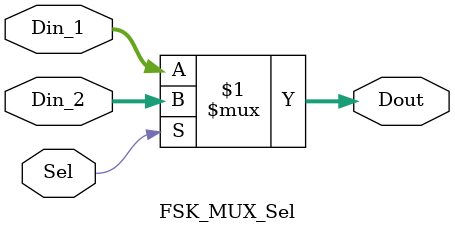
<source format=v>
`timescale	1ns/1ps

module	FSK_MUX_Sel(Dout, Din_1, Din_2, Sel)	;

output	[47:0]	Dout	;
wire	[47:0]	Dout	;

input	[47:0]	Din_1, Din_2	;
wire	[47:0]	Din_1, Din_2	;

input	Sel	;
wire	Sel	;

assign	Dout = Sel ? Din_2 : Din_1	;

endmodule

</source>
